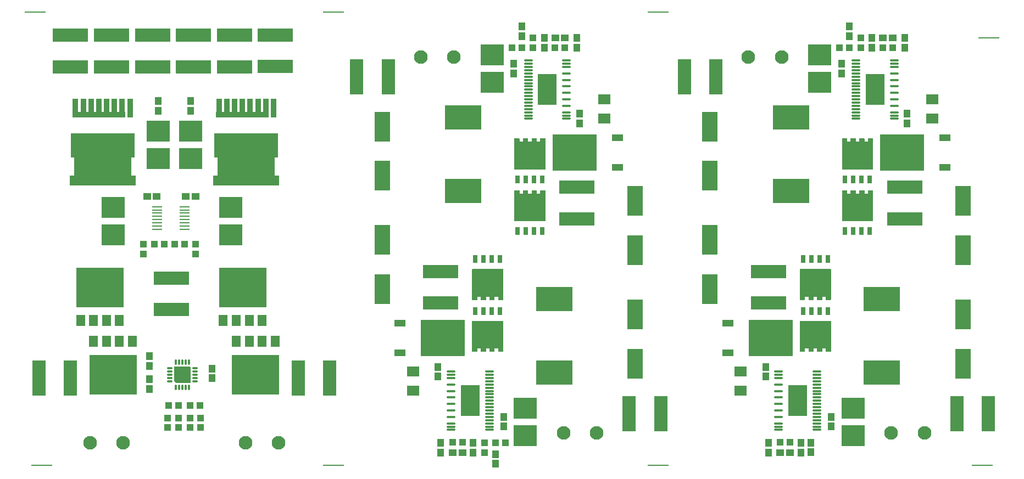
<source format=gts>
G04*
G04 #@! TF.GenerationSoftware,Altium Limited,Altium Designer,25.4.2 (15)*
G04*
G04 Layer_Color=8388736*
%FSAX44Y44*%
%MOMM*%
G71*
G04*
G04 #@! TF.SameCoordinates,DDFFB4A4-4E3D-46BD-814A-B4F9BFA491BB*
G04*
G04*
G04 #@! TF.FilePolarity,Negative*
G04*
G01*
G75*
G04:AMPARAMS|DCode=15|XSize=1.5404mm|YSize=0.2525mm|CornerRadius=0.1262mm|HoleSize=0mm|Usage=FLASHONLY|Rotation=180.000|XOffset=0mm|YOffset=0mm|HoleType=Round|Shape=RoundedRectangle|*
%AMROUNDEDRECTD15*
21,1,1.5404,0.0000,0,0,180.0*
21,1,1.2880,0.2525,0,0,180.0*
1,1,0.2525,-0.6440,0.0000*
1,1,0.2525,0.6440,0.0000*
1,1,0.2525,0.6440,0.0000*
1,1,0.2525,-0.6440,0.0000*
%
%ADD15ROUNDEDRECTD15*%
%ADD16R,1.5404X0.2525*%
%ADD36R,1.9062X1.5546*%
%ADD42R,5.5000X2.0500*%
%ADD43R,0.9000X2.9000*%
%ADD44R,8.8000X3.0000*%
%ADD45R,2.8400X4.8500*%
%ADD46O,1.4400X0.3550*%
%ADD47R,5.6000X3.7500*%
%ADD48R,0.7500X1.3000*%
%ADD49R,3.5500X3.2000*%
%ADD50R,2.4000X4.6500*%
%ADD51R,2.0500X5.5000*%
%ADD52R,1.4000X1.7000*%
%ADD53R,7.2500X6.1000*%
%ADD54R,1.1500X1.1000*%
%ADD55R,1.0500X1.0500*%
%ADD56R,1.0500X1.0500*%
%ADD57R,1.1000X1.1500*%
%ADD58R,2.1000X2.1000*%
G04:AMPARAMS|DCode=59|XSize=0.85mm|YSize=0.35mm|CornerRadius=0.1125mm|HoleSize=0mm|Usage=FLASHONLY|Rotation=180.000|XOffset=0mm|YOffset=0mm|HoleType=Round|Shape=RoundedRectangle|*
%AMROUNDEDRECTD59*
21,1,0.8500,0.1250,0,0,180.0*
21,1,0.6250,0.3500,0,0,180.0*
1,1,0.2250,-0.3125,0.0625*
1,1,0.2250,0.3125,0.0625*
1,1,0.2250,0.3125,-0.0625*
1,1,0.2250,-0.3125,-0.0625*
%
%ADD59ROUNDEDRECTD59*%
G04:AMPARAMS|DCode=60|XSize=0.85mm|YSize=0.35mm|CornerRadius=0.1125mm|HoleSize=0mm|Usage=FLASHONLY|Rotation=270.000|XOffset=0mm|YOffset=0mm|HoleType=Round|Shape=RoundedRectangle|*
%AMROUNDEDRECTD60*
21,1,0.8500,0.1250,0,0,270.0*
21,1,0.6250,0.3500,0,0,270.0*
1,1,0.2250,-0.0625,-0.3125*
1,1,0.2250,-0.0625,0.3125*
1,1,0.2250,0.0625,0.3125*
1,1,0.2250,0.0625,-0.3125*
%
%ADD60ROUNDEDRECTD60*%
%ADD61R,6.9000X5.6000*%
%ADD62R,1.8000X1.0500*%
%ADD63R,9.8000X3.8000*%
%ADD64R,10.2000X1.5000*%
%ADD65R,8.1000X0.9000*%
%ADD66C,2.1000*%
%ADD67O,3.3000X0.1000*%
G36*
X00826098Y00564743D02*
X00826192Y00564714D01*
X00826279Y00564668D01*
X00826355Y00564605D01*
X00826418Y00564529D01*
X00826464Y00564442D01*
X00826493Y00564348D01*
X00826503Y00564250D01*
Y00559250D01*
D01*
Y00517300D01*
X00826493Y00517202D01*
X00826464Y00517108D01*
X00826418Y00517021D01*
X00826355Y00516945D01*
X00826279Y00516882D01*
X00826192Y00516836D01*
X00826098Y00516807D01*
X00826000Y00516797D01*
X00779000D01*
X00778902Y00516807D01*
X00778808Y00516836D01*
X00778721Y00516882D01*
X00778645Y00516945D01*
X00778582Y00517021D01*
X00778536Y00517108D01*
X00778507Y00517202D01*
X00778498Y00517300D01*
Y00559250D01*
Y00564250D01*
X00778507Y00564348D01*
X00778536Y00564442D01*
X00778582Y00564529D01*
X00778645Y00564605D01*
X00778721Y00564668D01*
X00778808Y00564714D01*
X00778902Y00564743D01*
X00779000Y00564752D01*
X00786000D01*
X00786098Y00564743D01*
X00786192Y00564714D01*
X00786279Y00564668D01*
X00786355Y00564605D01*
X00786418Y00564529D01*
X00786464Y00564442D01*
X00786493Y00564348D01*
X00786503Y00564250D01*
Y00559752D01*
X00791848D01*
Y00564250D01*
X00791857Y00564348D01*
X00791886Y00564442D01*
X00791932Y00564529D01*
X00791995Y00564605D01*
X00792071Y00564668D01*
X00792158Y00564714D01*
X00792252Y00564743D01*
X00792350Y00564752D01*
X00799350D01*
X00799448Y00564743D01*
X00799542Y00564714D01*
X00799629Y00564668D01*
X00799705Y00564605D01*
X00799768Y00564529D01*
X00799814Y00564442D01*
X00799843Y00564348D01*
X00799853Y00564250D01*
Y00559752D01*
X00805148D01*
Y00564250D01*
X00805157Y00564348D01*
X00805186Y00564442D01*
X00805232Y00564529D01*
X00805295Y00564605D01*
X00805371Y00564668D01*
X00805458Y00564714D01*
X00805552Y00564743D01*
X00805650Y00564752D01*
X00812650D01*
X00812748Y00564743D01*
X00812842Y00564714D01*
X00812929Y00564668D01*
X00813005Y00564605D01*
X00813068Y00564529D01*
X00813114Y00564442D01*
X00813143Y00564348D01*
X00813152Y00564250D01*
Y00559752D01*
X00818498D01*
Y00564250D01*
X00818507Y00564348D01*
X00818536Y00564442D01*
X00818582Y00564529D01*
X00818645Y00564605D01*
X00818721Y00564668D01*
X00818808Y00564714D01*
X00818902Y00564743D01*
X00819000Y00564752D01*
X00826000D01*
X00826098Y00564743D01*
D02*
G37*
G36*
X01331098Y00564743D02*
X01331192Y00564714D01*
X01331279Y00564668D01*
X01331355Y00564605D01*
X01331418Y00564529D01*
X01331464Y00564442D01*
X01331493Y00564348D01*
X01331503Y00564250D01*
Y00559250D01*
Y00517300D01*
X01331493Y00517202D01*
X01331464Y00517108D01*
X01331418Y00517021D01*
X01331355Y00516945D01*
X01331279Y00516882D01*
X01331192Y00516836D01*
X01331098Y00516807D01*
X01331000Y00516797D01*
X01284000D01*
X01283902Y00516807D01*
X01283808Y00516836D01*
X01283721Y00516882D01*
X01283645Y00516945D01*
X01283582Y00517021D01*
X01283536Y00517108D01*
X01283507Y00517202D01*
X01283498Y00517300D01*
Y00559250D01*
Y00564250D01*
X01283507Y00564348D01*
X01283536Y00564442D01*
X01283582Y00564529D01*
X01283645Y00564605D01*
X01283721Y00564668D01*
X01283808Y00564714D01*
X01283902Y00564743D01*
X01284000Y00564752D01*
X01291000D01*
X01291098Y00564743D01*
X01291192Y00564714D01*
X01291279Y00564668D01*
X01291355Y00564605D01*
X01291418Y00564529D01*
X01291464Y00564442D01*
X01291493Y00564348D01*
X01291503Y00564250D01*
Y00559752D01*
X01296848D01*
Y00564250D01*
X01296857Y00564348D01*
X01296886Y00564442D01*
X01296932Y00564529D01*
X01296995Y00564605D01*
X01297071Y00564668D01*
X01297158Y00564714D01*
X01297252Y00564743D01*
X01297350Y00564752D01*
X01304350D01*
X01304448Y00564743D01*
X01304542Y00564714D01*
X01304629Y00564668D01*
X01304705Y00564605D01*
X01304768Y00564529D01*
X01304814Y00564442D01*
X01304843Y00564348D01*
X01304852Y00564250D01*
Y00559752D01*
X01310148D01*
Y00564250D01*
X01310157Y00564348D01*
X01310186Y00564442D01*
X01310232Y00564529D01*
X01310295Y00564605D01*
X01310371Y00564668D01*
X01310458Y00564714D01*
X01310552Y00564743D01*
X01310650Y00564752D01*
X01317650D01*
X01317748Y00564743D01*
X01317842Y00564714D01*
X01317929Y00564668D01*
X01318005Y00564605D01*
X01318068Y00564529D01*
X01318114Y00564442D01*
X01318143Y00564348D01*
X01318152Y00564250D01*
Y00559752D01*
X01323498D01*
Y00564250D01*
X01323507Y00564348D01*
X01323536Y00564442D01*
X01323582Y00564529D01*
X01323645Y00564605D01*
X01323721Y00564668D01*
X01323808Y00564714D01*
X01323902Y00564743D01*
X01324000Y00564752D01*
X01331000D01*
X01331098Y00564743D01*
D02*
G37*
G36*
X00826098Y00484743D02*
X00826192Y00484714D01*
X00826279Y00484668D01*
X00826355Y00484605D01*
X00826418Y00484529D01*
X00826464Y00484442D01*
X00826493Y00484348D01*
X00826503Y00484250D01*
Y00479250D01*
Y00437300D01*
X00826493Y00437202D01*
X00826464Y00437108D01*
X00826418Y00437021D01*
X00826355Y00436945D01*
X00826279Y00436882D01*
X00826192Y00436836D01*
X00826098Y00436807D01*
X00826000Y00436797D01*
X00779000D01*
X00778902Y00436807D01*
X00778808Y00436836D01*
X00778721Y00436882D01*
X00778645Y00436945D01*
X00778582Y00437021D01*
X00778536Y00437108D01*
X00778507Y00437202D01*
X00778498Y00437300D01*
Y00479250D01*
Y00484250D01*
X00778507Y00484348D01*
X00778536Y00484442D01*
X00778582Y00484529D01*
X00778645Y00484605D01*
X00778721Y00484668D01*
X00778808Y00484714D01*
X00778902Y00484743D01*
X00779000Y00484752D01*
X00786000D01*
X00786098Y00484743D01*
X00786192Y00484714D01*
X00786279Y00484668D01*
X00786355Y00484605D01*
X00786418Y00484529D01*
X00786464Y00484442D01*
X00786493Y00484348D01*
X00786503Y00484250D01*
Y00479752D01*
X00791848D01*
Y00484250D01*
X00791857Y00484348D01*
X00791886Y00484442D01*
X00791932Y00484529D01*
X00791995Y00484605D01*
X00792071Y00484668D01*
X00792158Y00484714D01*
X00792252Y00484743D01*
X00792350Y00484752D01*
X00799350D01*
X00799448Y00484743D01*
X00799542Y00484714D01*
X00799629Y00484668D01*
X00799705Y00484605D01*
X00799768Y00484529D01*
X00799814Y00484442D01*
X00799843Y00484348D01*
X00799853Y00484250D01*
Y00479752D01*
X00805148D01*
Y00484250D01*
X00805157Y00484348D01*
X00805186Y00484442D01*
X00805232Y00484529D01*
X00805295Y00484605D01*
X00805371Y00484668D01*
X00805458Y00484714D01*
X00805552Y00484743D01*
X00805650Y00484752D01*
X00812650D01*
X00812748Y00484743D01*
X00812842Y00484714D01*
X00812929Y00484668D01*
X00813005Y00484605D01*
X00813068Y00484529D01*
X00813114Y00484442D01*
X00813143Y00484348D01*
X00813152Y00484250D01*
Y00479752D01*
X00818498D01*
Y00484250D01*
X00818507Y00484348D01*
X00818536Y00484442D01*
X00818582Y00484529D01*
X00818645Y00484605D01*
X00818721Y00484668D01*
X00818808Y00484714D01*
X00818902Y00484743D01*
X00819000Y00484752D01*
X00826000D01*
X00826098Y00484743D01*
D02*
G37*
G36*
X01331098Y00484743D02*
X01331192Y00484714D01*
X01331279Y00484668D01*
X01331355Y00484605D01*
X01331418Y00484529D01*
X01331464Y00484442D01*
X01331493Y00484348D01*
X01331503Y00484250D01*
Y00479250D01*
Y00437300D01*
X01331493Y00437202D01*
X01331464Y00437108D01*
X01331418Y00437021D01*
X01331355Y00436945D01*
X01331279Y00436882D01*
X01331192Y00436836D01*
X01331098Y00436807D01*
X01331000Y00436797D01*
X01284000D01*
X01283902Y00436807D01*
X01283808Y00436836D01*
X01283721Y00436882D01*
X01283645Y00436945D01*
X01283582Y00437021D01*
X01283536Y00437108D01*
X01283507Y00437202D01*
X01283498Y00437300D01*
Y00479250D01*
Y00484250D01*
X01283507Y00484348D01*
X01283536Y00484442D01*
X01283582Y00484529D01*
X01283645Y00484605D01*
X01283721Y00484668D01*
X01283808Y00484714D01*
X01283902Y00484743D01*
X01284000Y00484752D01*
X01291000D01*
X01291098Y00484743D01*
X01291192Y00484714D01*
X01291279Y00484668D01*
X01291355Y00484605D01*
X01291418Y00484529D01*
X01291464Y00484442D01*
X01291493Y00484348D01*
X01291503Y00484250D01*
Y00479752D01*
X01296848D01*
Y00484250D01*
X01296857Y00484348D01*
X01296886Y00484442D01*
X01296932Y00484529D01*
X01296995Y00484605D01*
X01297071Y00484668D01*
X01297158Y00484714D01*
X01297252Y00484743D01*
X01297350Y00484752D01*
X01304350D01*
X01304448Y00484743D01*
X01304542Y00484714D01*
X01304629Y00484668D01*
X01304705Y00484605D01*
X01304768Y00484529D01*
X01304814Y00484442D01*
X01304843Y00484348D01*
X01304852Y00484250D01*
Y00479752D01*
X01310148D01*
Y00484250D01*
X01310157Y00484348D01*
X01310186Y00484442D01*
X01310232Y00484529D01*
X01310295Y00484605D01*
X01310371Y00484668D01*
X01310458Y00484714D01*
X01310552Y00484743D01*
X01310650Y00484752D01*
X01317650D01*
X01317748Y00484743D01*
X01317842Y00484714D01*
X01317929Y00484668D01*
X01318005Y00484605D01*
X01318068Y00484529D01*
X01318114Y00484442D01*
X01318143Y00484348D01*
X01318152Y00484250D01*
Y00479752D01*
X01323498D01*
Y00484250D01*
X01323507Y00484348D01*
X01323536Y00484442D01*
X01323582Y00484529D01*
X01323645Y00484605D01*
X01323721Y00484668D01*
X01323808Y00484714D01*
X01323902Y00484743D01*
X01324000Y00484752D01*
X01331000D01*
X01331098Y00484743D01*
D02*
G37*
G36*
X01266098Y00363193D02*
X01266192Y00363164D01*
X01266279Y00363118D01*
X01266355Y00363055D01*
X01266418Y00362979D01*
X01266464Y00362892D01*
X01266493Y00362798D01*
X01266502Y00362700D01*
Y00320750D01*
Y00315750D01*
X01266493Y00315652D01*
X01266464Y00315558D01*
X01266418Y00315471D01*
X01266355Y00315395D01*
X01266279Y00315332D01*
X01266192Y00315286D01*
X01266098Y00315257D01*
X01266000Y00315248D01*
X01259000D01*
X01258902Y00315257D01*
X01258808Y00315286D01*
X01258721Y00315332D01*
X01258645Y00315395D01*
X01258582Y00315471D01*
X01258536Y00315558D01*
X01258507Y00315652D01*
X01258497Y00315750D01*
Y00320248D01*
X01253152D01*
Y00315750D01*
X01253143Y00315652D01*
X01253114Y00315558D01*
X01253068Y00315471D01*
X01253005Y00315395D01*
X01252929Y00315332D01*
X01252842Y00315286D01*
X01252748Y00315257D01*
X01252650Y00315248D01*
X01245650D01*
X01245552Y00315257D01*
X01245458Y00315286D01*
X01245371Y00315332D01*
X01245295Y00315395D01*
X01245232Y00315471D01*
X01245186Y00315558D01*
X01245157Y00315652D01*
X01245147Y00315750D01*
Y00320248D01*
X01239852D01*
Y00315750D01*
X01239843Y00315652D01*
X01239814Y00315558D01*
X01239768Y00315471D01*
X01239705Y00315395D01*
X01239629Y00315332D01*
X01239542Y00315286D01*
X01239448Y00315257D01*
X01239350Y00315248D01*
X01232350D01*
X01232252Y00315257D01*
X01232158Y00315286D01*
X01232071Y00315332D01*
X01231995Y00315395D01*
X01231932Y00315471D01*
X01231886Y00315558D01*
X01231857Y00315652D01*
X01231848Y00315750D01*
Y00320248D01*
X01226502D01*
Y00315750D01*
X01226493Y00315652D01*
X01226464Y00315558D01*
X01226418Y00315471D01*
X01226355Y00315395D01*
X01226279Y00315332D01*
X01226192Y00315286D01*
X01226098Y00315257D01*
X01226000Y00315248D01*
X01219000D01*
X01218902Y00315257D01*
X01218808Y00315286D01*
X01218721Y00315332D01*
X01218645Y00315395D01*
X01218582Y00315471D01*
X01218536Y00315558D01*
X01218507Y00315652D01*
X01218497Y00315750D01*
Y00320750D01*
Y00362700D01*
X01218507Y00362798D01*
X01218536Y00362892D01*
X01218582Y00362979D01*
X01218645Y00363055D01*
X01218721Y00363118D01*
X01218808Y00363164D01*
X01218902Y00363193D01*
X01219000Y00363202D01*
X01266000D01*
X01266098Y00363193D01*
D02*
G37*
G36*
X00761098D02*
X00761192Y00363164D01*
X00761279Y00363118D01*
X00761355Y00363055D01*
X00761418Y00362979D01*
X00761464Y00362892D01*
X00761493Y00362798D01*
X00761502Y00362700D01*
Y00320750D01*
Y00315750D01*
X00761493Y00315652D01*
X00761464Y00315558D01*
X00761418Y00315471D01*
X00761355Y00315395D01*
X00761279Y00315332D01*
X00761192Y00315286D01*
X00761098Y00315257D01*
X00761000Y00315248D01*
X00754000D01*
X00753902Y00315257D01*
X00753808Y00315286D01*
X00753721Y00315332D01*
X00753645Y00315395D01*
X00753582Y00315471D01*
X00753536Y00315558D01*
X00753507Y00315652D01*
X00753497Y00315750D01*
Y00320248D01*
X00748152D01*
Y00315750D01*
X00748143Y00315652D01*
X00748114Y00315558D01*
X00748068Y00315471D01*
X00748005Y00315395D01*
X00747929Y00315332D01*
X00747842Y00315286D01*
X00747748Y00315257D01*
X00747650Y00315248D01*
X00740650D01*
X00740552Y00315257D01*
X00740458Y00315286D01*
X00740371Y00315332D01*
X00740295Y00315395D01*
X00740232Y00315471D01*
X00740186Y00315558D01*
X00740157Y00315652D01*
X00740147Y00315750D01*
Y00320248D01*
X00734852D01*
Y00315750D01*
X00734843Y00315652D01*
X00734814Y00315558D01*
X00734768Y00315471D01*
X00734705Y00315395D01*
X00734629Y00315332D01*
X00734542Y00315286D01*
X00734448Y00315257D01*
X00734350Y00315248D01*
X00727350D01*
X00727252Y00315257D01*
X00727158Y00315286D01*
X00727071Y00315332D01*
X00726995Y00315395D01*
X00726932Y00315471D01*
X00726886Y00315558D01*
X00726857Y00315652D01*
X00726848Y00315750D01*
Y00320248D01*
X00721502D01*
Y00315750D01*
X00721493Y00315652D01*
X00721464Y00315558D01*
X00721418Y00315471D01*
X00721355Y00315395D01*
X00721279Y00315332D01*
X00721192Y00315286D01*
X00721098Y00315257D01*
X00721000Y00315248D01*
X00714000D01*
X00713902Y00315257D01*
X00713808Y00315286D01*
X00713721Y00315332D01*
X00713645Y00315395D01*
X00713582Y00315471D01*
X00713536Y00315558D01*
X00713507Y00315652D01*
X00713497Y00315750D01*
Y00320750D01*
Y00362700D01*
X00713507Y00362798D01*
X00713536Y00362892D01*
X00713582Y00362979D01*
X00713645Y00363055D01*
X00713721Y00363118D01*
X00713808Y00363164D01*
X00713902Y00363193D01*
X00714000Y00363202D01*
X00761000D01*
X00761098Y00363193D01*
D02*
G37*
G36*
X01266098Y00283193D02*
X01266192Y00283164D01*
X01266279Y00283118D01*
X01266355Y00283055D01*
X01266418Y00282979D01*
X01266464Y00282892D01*
X01266493Y00282798D01*
X01266502Y00282700D01*
Y00240750D01*
Y00235750D01*
X01266493Y00235652D01*
X01266464Y00235558D01*
X01266418Y00235471D01*
X01266355Y00235395D01*
X01266279Y00235332D01*
X01266192Y00235286D01*
X01266098Y00235257D01*
X01266000Y00235248D01*
X01259000D01*
X01258902Y00235257D01*
X01258808Y00235286D01*
X01258721Y00235332D01*
X01258645Y00235395D01*
X01258582Y00235471D01*
X01258536Y00235558D01*
X01258507Y00235652D01*
X01258497Y00235750D01*
Y00240248D01*
X01253152D01*
Y00235750D01*
X01253143Y00235652D01*
X01253114Y00235558D01*
X01253068Y00235471D01*
X01253005Y00235395D01*
X01252929Y00235332D01*
X01252842Y00235286D01*
X01252748Y00235257D01*
X01252650Y00235248D01*
X01245650D01*
X01245552Y00235257D01*
X01245458Y00235286D01*
X01245371Y00235332D01*
X01245295Y00235395D01*
X01245232Y00235471D01*
X01245186Y00235558D01*
X01245157Y00235652D01*
X01245147Y00235750D01*
Y00240248D01*
X01239852D01*
Y00235750D01*
X01239843Y00235652D01*
X01239814Y00235558D01*
X01239768Y00235471D01*
X01239705Y00235395D01*
X01239629Y00235332D01*
X01239542Y00235286D01*
X01239448Y00235257D01*
X01239350Y00235248D01*
X01232350D01*
X01232252Y00235257D01*
X01232158Y00235286D01*
X01232071Y00235332D01*
X01231995Y00235395D01*
X01231932Y00235471D01*
X01231886Y00235558D01*
X01231857Y00235652D01*
X01231848Y00235750D01*
Y00240248D01*
X01226502D01*
Y00235750D01*
X01226493Y00235652D01*
X01226464Y00235558D01*
X01226418Y00235471D01*
X01226355Y00235395D01*
X01226279Y00235332D01*
X01226192Y00235286D01*
X01226098Y00235257D01*
X01226000Y00235248D01*
X01219000D01*
X01218902Y00235257D01*
X01218808Y00235286D01*
X01218721Y00235332D01*
X01218645Y00235395D01*
X01218582Y00235471D01*
X01218536Y00235558D01*
X01218507Y00235652D01*
X01218497Y00235750D01*
Y00240750D01*
Y00282700D01*
X01218507Y00282798D01*
X01218536Y00282892D01*
X01218582Y00282979D01*
X01218645Y00283055D01*
X01218721Y00283118D01*
X01218808Y00283164D01*
X01218902Y00283193D01*
X01219000Y00283202D01*
X01266000D01*
X01266098Y00283193D01*
D02*
G37*
G36*
X00761098D02*
X00761192Y00283164D01*
X00761279Y00283118D01*
X00761355Y00283055D01*
X00761418Y00282979D01*
X00761464Y00282892D01*
X00761493Y00282798D01*
X00761502Y00282700D01*
Y00240750D01*
Y00235750D01*
X00761493Y00235652D01*
X00761464Y00235558D01*
X00761418Y00235471D01*
X00761355Y00235395D01*
X00761279Y00235332D01*
X00761192Y00235286D01*
X00761098Y00235257D01*
X00761000Y00235248D01*
X00754000D01*
X00753902Y00235257D01*
X00753808Y00235286D01*
X00753721Y00235332D01*
X00753645Y00235395D01*
X00753582Y00235471D01*
X00753536Y00235558D01*
X00753507Y00235652D01*
X00753497Y00235750D01*
Y00240248D01*
X00748152D01*
Y00235750D01*
X00748143Y00235652D01*
X00748114Y00235558D01*
X00748068Y00235471D01*
X00748005Y00235395D01*
X00747929Y00235332D01*
X00747842Y00235286D01*
X00747748Y00235257D01*
X00747650Y00235248D01*
X00740650D01*
X00740552Y00235257D01*
X00740458Y00235286D01*
X00740371Y00235332D01*
X00740295Y00235395D01*
X00740232Y00235471D01*
X00740186Y00235558D01*
X00740157Y00235652D01*
X00740147Y00235750D01*
Y00240248D01*
X00734852D01*
Y00235750D01*
X00734843Y00235652D01*
X00734814Y00235558D01*
X00734768Y00235471D01*
X00734705Y00235395D01*
X00734629Y00235332D01*
X00734542Y00235286D01*
X00734448Y00235257D01*
X00734350Y00235248D01*
X00727350D01*
X00727252Y00235257D01*
X00727158Y00235286D01*
X00727071Y00235332D01*
X00726995Y00235395D01*
X00726932Y00235471D01*
X00726886Y00235558D01*
X00726857Y00235652D01*
X00726848Y00235750D01*
Y00240248D01*
X00721502D01*
Y00235750D01*
X00721493Y00235652D01*
X00721464Y00235558D01*
X00721418Y00235471D01*
X00721355Y00235395D01*
X00721279Y00235332D01*
X00721192Y00235286D01*
X00721098Y00235257D01*
X00721000Y00235248D01*
X00714000D01*
X00713902Y00235257D01*
X00713808Y00235286D01*
X00713721Y00235332D01*
X00713645Y00235395D01*
X00713582Y00235471D01*
X00713536Y00235558D01*
X00713507Y00235652D01*
X00713497Y00235750D01*
Y00240750D01*
Y00282700D01*
X00713507Y00282798D01*
X00713536Y00282892D01*
X00713582Y00282979D01*
X00713645Y00283055D01*
X00713721Y00283118D01*
X00713808Y00283164D01*
X00713902Y00283193D01*
X00714000Y00283202D01*
X00761000D01*
X00761098Y00283193D01*
D02*
G37*
G36*
X00278720Y00212579D02*
X00278777Y00212573D01*
X00278777Y00212573D01*
X00278777D01*
X00278817Y00212561D01*
X00278871Y00212545D01*
X00278871Y00212545D01*
X00278871Y00212544D01*
X00279055Y00212468D01*
X00279056Y00212468D01*
D01*
X00279067Y00212462D01*
X00279142Y00212422D01*
X00279151Y00212415D01*
X00279219Y00212359D01*
X00279359Y00212219D01*
X00279359Y00212218D01*
D01*
X00279364Y00212213D01*
X00279422Y00212143D01*
X00279422Y00212142D01*
X00279422Y00212142D01*
X00279446Y00212097D01*
X00279468Y00212056D01*
X00279468Y00212056D01*
X00279468Y00212055D01*
X00279544Y00211871D01*
X00279544Y00211871D01*
X00279544Y00211871D01*
X00279557Y00211830D01*
X00279573Y00211777D01*
X00279573Y00211777D01*
Y00211777D01*
X00279576Y00211749D01*
X00279583Y00211679D01*
Y00211679D01*
Y00211679D01*
X00279582Y00211579D01*
X00279583Y00188080D01*
D01*
X00279583Y00187980D01*
X00279583Y00187980D01*
X00279583Y00187980D01*
X00279579Y00187937D01*
X00279573Y00187882D01*
X00279573Y00187882D01*
X00279573Y00187882D01*
X00279561Y00187841D01*
X00279545Y00187788D01*
X00279545Y00187788D01*
X00279545Y00187788D01*
X00279469Y00187604D01*
X00279468Y00187604D01*
X00279468Y00187603D01*
X00279448Y00187565D01*
X00279422Y00187517D01*
X00279422Y00187517D01*
X00279422Y00187517D01*
X00279384Y00187470D01*
X00279360Y00187441D01*
X00279359Y00187441D01*
X00279359Y00187440D01*
X00279219Y00187300D01*
X00279218Y00187300D01*
X00279218Y00187300D01*
X00279177Y00187266D01*
X00279142Y00187238D01*
X00279142Y00187237D01*
X00279142Y00187237D01*
X00279081Y00187205D01*
X00279055Y00187191D01*
X00279055Y00187191D01*
X00279055Y00187191D01*
X00278871Y00187115D01*
X00278871Y00187115D01*
X00278871Y00187115D01*
X00278840Y00187106D01*
X00278777Y00187087D01*
X00278776Y00187087D01*
X00278776Y00187087D01*
X00278712Y00187081D01*
X00278679Y00187078D01*
X00278678Y00187078D01*
X00278678Y00187077D01*
X00278580Y00187078D01*
X00278580Y00187078D01*
X00258580Y00187078D01*
X00258461Y00187078D01*
X00258461D01*
X00258461D01*
X00258417Y00187082D01*
X00258363Y00187087D01*
X00258363Y00187087D01*
X00258363D01*
X00258130Y00187134D01*
X00258130Y00187134D01*
X00258058Y00187155D01*
X00258036Y00187162D01*
X00258036Y00187162D01*
X00258036Y00187162D01*
X00257816Y00187253D01*
D01*
X00257816Y00187253D01*
X00257764Y00187281D01*
X00257729Y00187300D01*
X00257729Y00187300D01*
X00257729Y00187300D01*
X00257531Y00187432D01*
X00257531Y00187432D01*
X00257531Y00187432D01*
X00257510Y00187450D01*
X00257455Y00187494D01*
X00257455Y00187494D01*
X00257455Y00187494D01*
X00257372Y00187578D01*
X00257371Y00187578D01*
X00254579Y00190371D01*
X00254495Y00190455D01*
Y00190455D01*
X00254495D01*
X00254481Y00190471D01*
X00254432Y00190531D01*
X00254432Y00190531D01*
X00254300Y00190729D01*
X00254300Y00190729D01*
X00254300Y00190729D01*
X00254274Y00190777D01*
X00254253Y00190816D01*
X00254253Y00190816D01*
X00254253Y00190816D01*
X00254162Y00191035D01*
D01*
X00254162Y00191035D01*
X00254153Y00191064D01*
X00254133Y00191130D01*
X00254133Y00191130D01*
X00254087Y00191363D01*
Y00191363D01*
X00254087Y00191363D01*
X00254082Y00191413D01*
X00254077Y00191461D01*
Y00191461D01*
Y00191461D01*
Y00191580D01*
X00254077Y00191580D01*
Y00191581D01*
D01*
X00254078Y00211580D01*
Y00211679D01*
Y00211679D01*
Y00211679D01*
X00254083Y00211727D01*
X00254088Y00211777D01*
X00254088Y00211777D01*
Y00211777D01*
X00254102Y00211826D01*
X00254116Y00211871D01*
X00254116Y00211871D01*
X00254116Y00211871D01*
X00254193Y00212055D01*
X00254193Y00212055D01*
X00254193Y00212055D01*
X00254213Y00212093D01*
X00254239Y00212142D01*
X00254239Y00212142D01*
X00254239Y00212142D01*
X00254257Y00212164D01*
X00254301Y00212218D01*
X00254301Y00212218D01*
X00254301Y00212218D01*
X00254442Y00212359D01*
X00254519Y00212421D01*
X00254605Y00212468D01*
X00254605Y00212468D01*
X00254789Y00212544D01*
X00254789Y00212544D01*
X00254789Y00212544D01*
X00254835Y00212558D01*
X00254883Y00212572D01*
X00254883D01*
X00254884Y00212572D01*
X00254982Y00212582D01*
X00255079Y00212582D01*
X00255081Y00212582D01*
X00278580Y00212583D01*
D01*
X00278679Y00212583D01*
X00278679D01*
X00278679D01*
X00278720Y00212579D01*
D02*
G37*
D15*
X00228047Y00424430D02*
D03*
Y00429430D02*
D03*
Y00434430D02*
D03*
Y00439430D02*
D03*
Y00444430D02*
D03*
Y00449430D02*
D03*
Y00454430D02*
D03*
Y00459430D02*
D03*
X00270244D02*
D03*
Y00454430D02*
D03*
Y00449430D02*
D03*
Y00444430D02*
D03*
Y00439430D02*
D03*
Y00434430D02*
D03*
Y00429430D02*
D03*
D16*
Y00424430D02*
D03*
D36*
X00917500Y00624758D02*
D03*
Y00595242D02*
D03*
X01422500Y00624758D02*
D03*
Y00595242D02*
D03*
X01127500Y00175242D02*
D03*
Y00204758D02*
D03*
X00622500Y00175242D02*
D03*
Y00204758D02*
D03*
D42*
X00410000Y00675750D02*
D03*
Y00724250D02*
D03*
X00284207Y00723780D02*
D03*
Y00675280D02*
D03*
X00347390D02*
D03*
Y00723780D02*
D03*
X00250000Y00300750D02*
D03*
Y00349250D02*
D03*
X00665000Y00359250D02*
D03*
Y00310750D02*
D03*
X00875000Y00440750D02*
D03*
Y00489250D02*
D03*
X01380000Y00440750D02*
D03*
Y00489250D02*
D03*
X00094660Y00723780D02*
D03*
Y00675280D02*
D03*
X01170000Y00359250D02*
D03*
Y00310750D02*
D03*
X00157843Y00723780D02*
D03*
Y00675280D02*
D03*
X00221025Y00723780D02*
D03*
Y00675280D02*
D03*
D43*
X00371530Y00611490D02*
D03*
X00359530D02*
D03*
X00347530D02*
D03*
X00335530D02*
D03*
X00323530D02*
D03*
X00383530D02*
D03*
X00395530D02*
D03*
X00407530D02*
D03*
X00150200D02*
D03*
X00138200D02*
D03*
X00126200D02*
D03*
X00114200D02*
D03*
X00102200D02*
D03*
X00162200D02*
D03*
X00174200D02*
D03*
X00186200D02*
D03*
D44*
X00365530Y00520995D02*
D03*
X00144200D02*
D03*
D45*
X00710500Y00160000D02*
D03*
X00829500Y00640000D02*
D03*
X01334500Y00640000D02*
D03*
X01215500Y00160000D02*
D03*
D46*
X00681000Y00205000D02*
D03*
Y00200000D02*
D03*
Y00195000D02*
D03*
Y00185000D02*
D03*
Y00175000D02*
D03*
Y00165000D02*
D03*
Y00155000D02*
D03*
Y00145000D02*
D03*
Y00135000D02*
D03*
Y00125000D02*
D03*
Y00120000D02*
D03*
Y00115000D02*
D03*
X00740000Y00205000D02*
D03*
Y00200000D02*
D03*
Y00195000D02*
D03*
Y00190000D02*
D03*
Y00185000D02*
D03*
Y00180000D02*
D03*
Y00175000D02*
D03*
Y00170000D02*
D03*
Y00165000D02*
D03*
Y00160000D02*
D03*
Y00155000D02*
D03*
Y00150000D02*
D03*
Y00145000D02*
D03*
Y00140000D02*
D03*
Y00135000D02*
D03*
Y00130000D02*
D03*
Y00125000D02*
D03*
Y00120000D02*
D03*
Y00115000D02*
D03*
X00859000Y00595000D02*
D03*
Y00600000D02*
D03*
Y00605000D02*
D03*
Y00615000D02*
D03*
Y00625000D02*
D03*
Y00635000D02*
D03*
Y00645000D02*
D03*
Y00655000D02*
D03*
Y00665000D02*
D03*
Y00675000D02*
D03*
Y00680000D02*
D03*
Y00685000D02*
D03*
X00800000Y00595000D02*
D03*
Y00600000D02*
D03*
Y00605000D02*
D03*
Y00610000D02*
D03*
Y00615000D02*
D03*
Y00620000D02*
D03*
Y00625000D02*
D03*
Y00630000D02*
D03*
Y00635000D02*
D03*
Y00640000D02*
D03*
Y00645000D02*
D03*
Y00650000D02*
D03*
Y00655000D02*
D03*
Y00660000D02*
D03*
Y00665000D02*
D03*
Y00670000D02*
D03*
Y00675000D02*
D03*
Y00680000D02*
D03*
Y00685000D02*
D03*
X01364000Y00595000D02*
D03*
Y00600000D02*
D03*
Y00605000D02*
D03*
Y00615000D02*
D03*
Y00625000D02*
D03*
Y00635000D02*
D03*
Y00645000D02*
D03*
Y00655000D02*
D03*
Y00665000D02*
D03*
Y00675000D02*
D03*
Y00680000D02*
D03*
Y00685000D02*
D03*
X01305000Y00595000D02*
D03*
Y00600000D02*
D03*
Y00605000D02*
D03*
Y00610000D02*
D03*
Y00615000D02*
D03*
Y00620000D02*
D03*
Y00625000D02*
D03*
Y00630000D02*
D03*
Y00635000D02*
D03*
Y00640000D02*
D03*
Y00645000D02*
D03*
Y00650000D02*
D03*
Y00655000D02*
D03*
Y00660000D02*
D03*
Y00665000D02*
D03*
Y00670000D02*
D03*
Y00675000D02*
D03*
Y00680000D02*
D03*
Y00685000D02*
D03*
X01186000Y00205000D02*
D03*
Y00200000D02*
D03*
Y00195000D02*
D03*
Y00185000D02*
D03*
Y00175000D02*
D03*
Y00165000D02*
D03*
Y00155000D02*
D03*
Y00145000D02*
D03*
Y00135000D02*
D03*
Y00125000D02*
D03*
Y00120000D02*
D03*
Y00115000D02*
D03*
X01245000Y00205000D02*
D03*
Y00200000D02*
D03*
Y00195000D02*
D03*
Y00190000D02*
D03*
Y00185000D02*
D03*
Y00180000D02*
D03*
Y00175000D02*
D03*
Y00170000D02*
D03*
Y00165000D02*
D03*
Y00160000D02*
D03*
Y00155000D02*
D03*
Y00150000D02*
D03*
Y00145000D02*
D03*
Y00140000D02*
D03*
Y00135000D02*
D03*
Y00130000D02*
D03*
Y00125000D02*
D03*
Y00120000D02*
D03*
Y00115000D02*
D03*
D47*
X01205000Y00483250D02*
D03*
Y00596750D02*
D03*
X00700000Y00596750D02*
D03*
Y00483250D02*
D03*
X01345000Y00203250D02*
D03*
Y00316750D02*
D03*
X00840000Y00203250D02*
D03*
Y00316750D02*
D03*
D48*
X00783450Y00421750D02*
D03*
X00796150D02*
D03*
X00808850D02*
D03*
X00821550D02*
D03*
X00822566Y00477940D02*
D03*
X00809104D02*
D03*
X00795896D02*
D03*
X00782434D02*
D03*
X01288450Y00421750D02*
D03*
X01301150D02*
D03*
X01313850D02*
D03*
X01326550D02*
D03*
X01327566Y00477940D02*
D03*
X01314104D02*
D03*
X01300896D02*
D03*
X01287434D02*
D03*
X01288450Y00501750D02*
D03*
X01301150D02*
D03*
X01313850D02*
D03*
X01326550D02*
D03*
X01327566Y00557940D02*
D03*
X01314104D02*
D03*
X01300896D02*
D03*
X01287434D02*
D03*
X00757566Y00322060D02*
D03*
X00744104D02*
D03*
X00730896D02*
D03*
X00717434D02*
D03*
X00718450Y00378250D02*
D03*
X00731150D02*
D03*
X00743850D02*
D03*
X00756550D02*
D03*
X00782434Y00557940D02*
D03*
X00795896D02*
D03*
X00809104D02*
D03*
X00822566D02*
D03*
X00821550Y00501750D02*
D03*
X00808850D02*
D03*
X00796150D02*
D03*
X00783450D02*
D03*
X00757566Y00242060D02*
D03*
X00744104D02*
D03*
X00730896D02*
D03*
X00717434D02*
D03*
X00718450Y00298250D02*
D03*
X00731150D02*
D03*
X00743850D02*
D03*
X00756550D02*
D03*
X01262566Y00322060D02*
D03*
X01249104D02*
D03*
X01235896D02*
D03*
X01222434D02*
D03*
X01223450Y00378250D02*
D03*
X01236150D02*
D03*
X01248850D02*
D03*
X01261550D02*
D03*
X01262566Y00242060D02*
D03*
X01249104D02*
D03*
X01235896D02*
D03*
X01222434D02*
D03*
X01223450Y00298250D02*
D03*
X01236150D02*
D03*
X01248850D02*
D03*
X01261550D02*
D03*
D49*
X00341500Y00415961D02*
D03*
Y00458461D02*
D03*
X00160000D02*
D03*
Y00415961D02*
D03*
X01249250Y00693750D02*
D03*
Y00651250D02*
D03*
X00280000Y00576250D02*
D03*
Y00533750D02*
D03*
X00230000Y00576250D02*
D03*
Y00533750D02*
D03*
X00744250Y00693750D02*
D03*
Y00651250D02*
D03*
X01300750Y00106250D02*
D03*
Y00148750D02*
D03*
X00795750Y00106250D02*
D03*
Y00148750D02*
D03*
D50*
X00965000Y00392000D02*
D03*
Y00468000D02*
D03*
X00965000Y00293000D02*
D03*
Y00217000D02*
D03*
X00575000Y00507000D02*
D03*
Y00583000D02*
D03*
X01470000Y00293000D02*
D03*
Y00217000D02*
D03*
X01470000Y00468000D02*
D03*
Y00392000D02*
D03*
X01080000Y00583000D02*
D03*
Y00507000D02*
D03*
X01080000Y00408000D02*
D03*
Y00332000D02*
D03*
X00575000Y00408000D02*
D03*
Y00332000D02*
D03*
D51*
X01089250Y00660000D02*
D03*
X01040750D02*
D03*
X01460750Y00139750D02*
D03*
X01509250D02*
D03*
X00584250Y00660000D02*
D03*
X00535750D02*
D03*
X00955750Y00140000D02*
D03*
X01004250D02*
D03*
X00094250Y00195000D02*
D03*
X00045750D02*
D03*
X00494250Y00195000D02*
D03*
X00445750D02*
D03*
D52*
X00110000Y00283500D02*
D03*
X00130000D02*
D03*
X00150000D02*
D03*
X00170000D02*
D03*
X00330000Y00283500D02*
D03*
X00350000D02*
D03*
X00370000D02*
D03*
X00390000D02*
D03*
X00350000Y00251500D02*
D03*
X00370000D02*
D03*
X00390000D02*
D03*
X00410000D02*
D03*
X00130000Y00251500D02*
D03*
X00150000D02*
D03*
X00170000D02*
D03*
X00190000D02*
D03*
D53*
X00140000Y00335000D02*
D03*
X00360000Y00335000D02*
D03*
X00380000Y00200000D02*
D03*
X00160000Y00200000D02*
D03*
D54*
X00212500Y00475000D02*
D03*
X00227500D02*
D03*
X00272500D02*
D03*
X00287500D02*
D03*
X01346545Y00720256D02*
D03*
X01361545D02*
D03*
X00856545Y00720256D02*
D03*
X00841545D02*
D03*
X01188455Y00079744D02*
D03*
X01203455D02*
D03*
X00683455D02*
D03*
X00698455D02*
D03*
D55*
X00260922Y00118440D02*
D03*
Y00133440D02*
D03*
X00207060Y00401290D02*
D03*
Y00386290D02*
D03*
X00295212Y00118440D02*
D03*
Y00133440D02*
D03*
X00244412Y00133440D02*
D03*
Y00118440D02*
D03*
X00278702Y00133440D02*
D03*
Y00118440D02*
D03*
X00287070Y00401290D02*
D03*
Y00386290D02*
D03*
X01312500Y00705000D02*
D03*
Y00720000D02*
D03*
X00807500Y00705000D02*
D03*
Y00720000D02*
D03*
X00732500Y00095000D02*
D03*
Y00080000D02*
D03*
D56*
X00260802Y00152610D02*
D03*
X00245802D02*
D03*
X00293822D02*
D03*
X00278822D02*
D03*
X00223690Y00401290D02*
D03*
X00238690D02*
D03*
X00255440D02*
D03*
X00270440D02*
D03*
X01280000Y00705000D02*
D03*
X01295000D02*
D03*
X01346425Y00704505D02*
D03*
X01361425D02*
D03*
X00841425Y00704506D02*
D03*
X00856425D02*
D03*
X00775000Y00705000D02*
D03*
X00790000D02*
D03*
X00698575Y00095494D02*
D03*
X00683575D02*
D03*
X01203575D02*
D03*
X01188575D02*
D03*
X00750000Y00095000D02*
D03*
X00765000D02*
D03*
D57*
X00312463Y00194753D02*
D03*
Y00209753D02*
D03*
X00216091Y00193018D02*
D03*
Y00178018D02*
D03*
X00216091Y00213791D02*
D03*
Y00228791D02*
D03*
X00875000Y00705000D02*
D03*
Y00720000D02*
D03*
X00777800Y00664956D02*
D03*
Y00679956D02*
D03*
X00879174Y00602783D02*
D03*
Y00587783D02*
D03*
X01295000Y00737500D02*
D03*
Y00722500D02*
D03*
X00790000Y00737500D02*
D03*
Y00722500D02*
D03*
X01236000Y00080250D02*
D03*
Y00095250D02*
D03*
X01329795Y00705005D02*
D03*
Y00720005D02*
D03*
X00824795Y00705005D02*
D03*
Y00720005D02*
D03*
X01282800Y00664956D02*
D03*
Y00679956D02*
D03*
X01165826Y00197216D02*
D03*
Y00212216D02*
D03*
X01170000Y00095000D02*
D03*
Y00080000D02*
D03*
X01267200Y00135044D02*
D03*
Y00120044D02*
D03*
X00660826Y00197216D02*
D03*
Y00212216D02*
D03*
X00762200Y00135044D02*
D03*
Y00120044D02*
D03*
X00665000Y00095000D02*
D03*
Y00080000D02*
D03*
X00750000Y00062500D02*
D03*
Y00077500D02*
D03*
X01220205Y00094994D02*
D03*
Y00079994D02*
D03*
X00715205Y00094994D02*
D03*
Y00079994D02*
D03*
X00280000Y00622500D02*
D03*
Y00607500D02*
D03*
X00230000Y00622500D02*
D03*
Y00607500D02*
D03*
X01380000Y00720000D02*
D03*
Y00705000D02*
D03*
X01384174Y00587783D02*
D03*
Y00602783D02*
D03*
D58*
X00266830Y00199830D02*
D03*
D59*
X00286080Y00209830D02*
D03*
Y00204830D02*
D03*
Y00199830D02*
D03*
Y00194830D02*
D03*
Y00189830D02*
D03*
X00247580Y00189830D02*
D03*
Y00194830D02*
D03*
Y00199830D02*
D03*
Y00204830D02*
D03*
Y00209830D02*
D03*
D60*
X00256830Y00219080D02*
D03*
X00261830D02*
D03*
X00266830D02*
D03*
X00271830D02*
D03*
X00276830D02*
D03*
Y00180580D02*
D03*
X00271830D02*
D03*
X00266830D02*
D03*
X00261830D02*
D03*
X00256830D02*
D03*
D61*
X01376500Y00542900D02*
D03*
X00668500Y00257100D02*
D03*
X00871500Y00542900D02*
D03*
X01173500Y00257100D02*
D03*
D62*
X01442500Y00565800D02*
D03*
Y00520000D02*
D03*
X00602500Y00280000D02*
D03*
Y00234200D02*
D03*
X00937500Y00520000D02*
D03*
Y00565800D02*
D03*
X01107500Y00280000D02*
D03*
Y00234200D02*
D03*
D63*
X00365530Y00553995D02*
D03*
X00144200Y00553995D02*
D03*
D64*
X00365530Y00499495D02*
D03*
X00144200Y00499495D02*
D03*
D65*
X00359530Y00601495D02*
D03*
X00138200D02*
D03*
D66*
X01359500Y00110000D02*
D03*
X01410500D02*
D03*
X01190500Y00690000D02*
D03*
X01139500D02*
D03*
X00854500Y00110000D02*
D03*
X00905500D02*
D03*
X00685500Y00690000D02*
D03*
X00634500D02*
D03*
X00364500Y00095000D02*
D03*
X00415500D02*
D03*
X00124500D02*
D03*
X00175500D02*
D03*
D67*
X01510000Y00720000D02*
D03*
X01500000Y00060000D02*
D03*
X01000000D02*
D03*
X00500000D02*
D03*
X00050000D02*
D03*
X00040000Y00760000D02*
D03*
X00500000D02*
D03*
X01000000D02*
D03*
M02*

</source>
